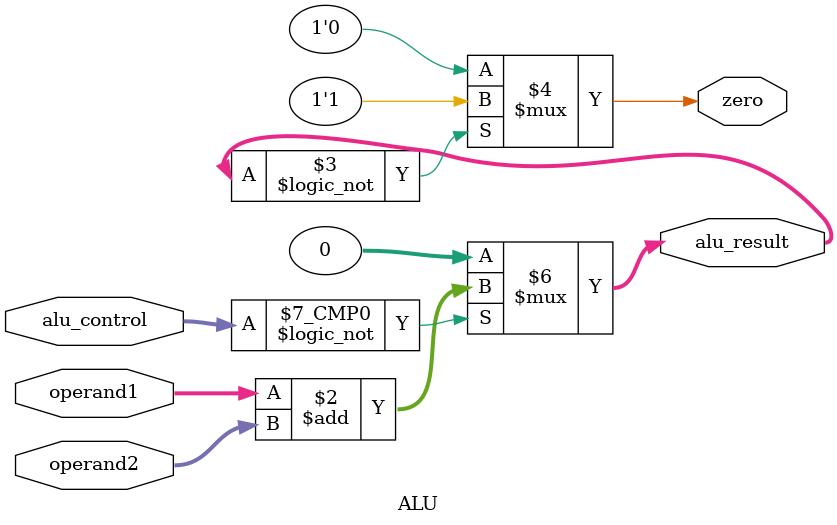
<source format=sv>
`timescale 1ns / 1ps

module ALU(
    input logic [2:0] alu_control,
    input logic [31:0] operand1,
    input logic [31:0] operand2,

    output logic [31:0] alu_result,
    output logic zero
    );

    always_comb begin
        case(alu_control)
            3'b000 : alu_result = operand1 + operand2; //ADD
            default: alu_result = 32'b0;
        endcase
    end

    assign zero = (alu_result == 32'b0) ? 1'b1 : 1'b0; //set zero flag
endmodule

</source>
